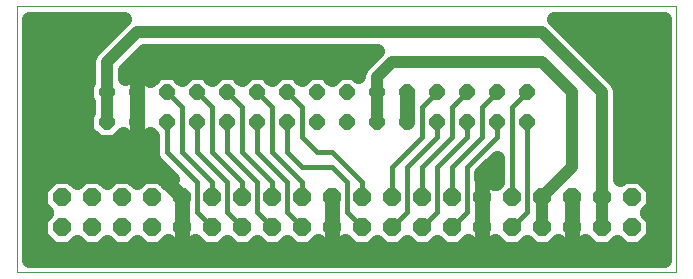
<source format=gbr>
G75*
%MOIN*%
%OFA0B0*%
%FSLAX24Y24*%
%IPPOS*%
%LPD*%
%AMOC8*
5,1,8,0,0,1.08239X$1,22.5*
%
%ADD10C,0.0000*%
%ADD11OC8,0.0600*%
%ADD12OC8,0.0515*%
%ADD13C,0.0400*%
%ADD14C,0.0500*%
%ADD15OC8,0.0396*%
%ADD16C,0.0160*%
D10*
X000850Y000350D02*
X000850Y009220D01*
X022842Y009220D01*
X022842Y000350D01*
X000850Y000350D01*
D11*
X002350Y001850D03*
X002350Y002850D03*
X003350Y002850D03*
X003350Y001850D03*
X004350Y001850D03*
X004350Y002850D03*
X005350Y002850D03*
X005350Y001850D03*
X006350Y001850D03*
X006350Y002850D03*
X007350Y002850D03*
X007350Y001850D03*
X008350Y001850D03*
X008350Y002850D03*
X009350Y002850D03*
X009350Y001850D03*
X010350Y001850D03*
X010350Y002850D03*
X011350Y002850D03*
X011350Y001850D03*
X012350Y001850D03*
X012350Y002850D03*
X013350Y002850D03*
X013350Y001850D03*
X014350Y001850D03*
X014350Y002850D03*
X015350Y002850D03*
X015350Y001850D03*
X016350Y001850D03*
X016350Y002850D03*
X017350Y002850D03*
X017350Y001850D03*
X018350Y001850D03*
X018350Y002850D03*
X019350Y002850D03*
X019350Y001850D03*
X020350Y001850D03*
X020350Y002850D03*
X021350Y002850D03*
X021350Y001850D03*
D12*
X017850Y005350D03*
X016850Y005350D03*
X015850Y005350D03*
X014850Y005350D03*
X014850Y006350D03*
X015850Y006350D03*
X016850Y006350D03*
X017850Y006350D03*
X013850Y006350D03*
X012850Y006350D03*
X011850Y006350D03*
X011850Y005350D03*
X012850Y005350D03*
X013850Y005350D03*
X010850Y005350D03*
X009850Y005350D03*
X008850Y005350D03*
X008850Y006350D03*
X009850Y006350D03*
X010850Y006350D03*
X007850Y006350D03*
X006850Y006350D03*
X005850Y006350D03*
X005850Y005350D03*
X006850Y005350D03*
X007850Y005350D03*
X004850Y005350D03*
X003850Y005350D03*
X003850Y006350D03*
X004850Y006350D03*
D13*
X003850Y006350D02*
X003850Y007350D01*
X004850Y008350D01*
X018350Y008350D01*
X020350Y006350D01*
X020350Y002850D01*
X020350Y001850D01*
X018350Y001850D02*
X018350Y002850D01*
X019350Y003850D01*
X019350Y006350D01*
X018350Y007350D01*
X013350Y007350D01*
X012850Y006850D01*
X012850Y006350D01*
X012850Y005350D01*
X003850Y005350D02*
X003850Y006350D01*
D14*
X003183Y006332D02*
X001260Y006332D01*
X001260Y006831D02*
X003240Y006831D01*
X003240Y006684D02*
X003183Y006626D01*
X003183Y006074D01*
X003240Y006016D01*
X003240Y005684D01*
X003183Y005626D01*
X003183Y005074D01*
X003574Y004683D01*
X004126Y004683D01*
X004392Y004948D01*
X004598Y004743D01*
X004850Y004743D01*
X005102Y004743D01*
X005308Y004948D01*
X005360Y004896D01*
X005360Y004253D01*
X005435Y004072D01*
X005572Y003935D01*
X006044Y003463D01*
X005892Y003312D01*
X005644Y003560D01*
X005056Y003560D01*
X004850Y003354D01*
X004644Y003560D01*
X004056Y003560D01*
X003850Y003354D01*
X003644Y003560D01*
X003056Y003560D01*
X002850Y003354D01*
X002644Y003560D01*
X002056Y003560D01*
X001640Y003144D01*
X001640Y002556D01*
X001846Y002350D01*
X001640Y002144D01*
X001640Y001556D01*
X002056Y001140D01*
X002644Y001140D01*
X002850Y001346D01*
X003056Y001140D01*
X003644Y001140D01*
X003850Y001346D01*
X004056Y001140D01*
X004644Y001140D01*
X004850Y001346D01*
X005056Y001140D01*
X005644Y001140D01*
X005892Y001388D01*
X006081Y001200D01*
X006350Y001200D01*
X006619Y001200D01*
X006808Y001388D01*
X007056Y001140D01*
X007644Y001140D01*
X007850Y001346D01*
X008056Y001140D01*
X008644Y001140D01*
X008850Y001346D01*
X009056Y001140D01*
X009644Y001140D01*
X009850Y001346D01*
X010056Y001140D01*
X010644Y001140D01*
X010892Y001388D01*
X011081Y001200D01*
X011350Y001200D01*
X011619Y001200D01*
X011808Y001388D01*
X012056Y001140D01*
X012644Y001140D01*
X012850Y001346D01*
X013056Y001140D01*
X013644Y001140D01*
X013850Y001346D01*
X014056Y001140D01*
X014644Y001140D01*
X014850Y001346D01*
X015056Y001140D01*
X015644Y001140D01*
X015892Y001388D01*
X016081Y001200D01*
X016350Y001200D01*
X016619Y001200D01*
X016808Y001388D01*
X017056Y001140D01*
X017644Y001140D01*
X017850Y001346D01*
X018056Y001140D01*
X018644Y001140D01*
X018892Y001388D01*
X019081Y001200D01*
X019350Y001200D01*
X019619Y001200D01*
X019808Y001388D01*
X020056Y001140D01*
X020644Y001140D01*
X020850Y001346D01*
X021056Y001140D01*
X021644Y001140D01*
X022060Y001556D01*
X022060Y002144D01*
X021854Y002350D01*
X022060Y002556D01*
X022060Y003144D01*
X021644Y003560D01*
X021056Y003560D01*
X020960Y003464D01*
X020960Y006471D01*
X020867Y006696D01*
X018867Y008696D01*
X018753Y008810D01*
X022432Y008810D01*
X022432Y000760D01*
X001260Y000760D01*
X001260Y008810D01*
X004447Y008810D01*
X003333Y007696D01*
X003240Y007471D01*
X003240Y006684D01*
X003240Y007329D02*
X001260Y007329D01*
X001260Y007828D02*
X003465Y007828D01*
X003963Y008326D02*
X001260Y008326D01*
X001260Y005834D02*
X003240Y005834D01*
X003183Y005335D02*
X001260Y005335D01*
X001260Y004837D02*
X003420Y004837D01*
X004280Y004837D02*
X004504Y004837D01*
X004850Y004837D02*
X004850Y004837D01*
X004850Y004743D02*
X004850Y005350D01*
X004850Y005350D01*
X004850Y006350D01*
X004850Y006350D01*
X004850Y006957D01*
X004598Y006957D01*
X004460Y006819D01*
X004460Y007097D01*
X005103Y007740D01*
X012877Y007740D01*
X012504Y007367D01*
X012333Y007196D01*
X012240Y006971D01*
X012240Y006904D01*
X012126Y007017D01*
X011574Y007017D01*
X011350Y006794D01*
X011126Y007017D01*
X010574Y007017D01*
X010350Y006794D01*
X010126Y007017D01*
X009574Y007017D01*
X009350Y006794D01*
X009126Y007017D01*
X008574Y007017D01*
X008350Y006794D01*
X008126Y007017D01*
X007574Y007017D01*
X007350Y006794D01*
X007126Y007017D01*
X006574Y007017D01*
X006350Y006794D01*
X006126Y007017D01*
X005574Y007017D01*
X005308Y006752D01*
X005102Y006957D01*
X004850Y006957D01*
X004850Y006350D01*
X004850Y006350D01*
X004850Y005957D01*
X004850Y005350D01*
X004850Y005350D01*
X004850Y004743D01*
X005196Y004837D02*
X005360Y004837D01*
X005360Y004338D02*
X001260Y004338D01*
X001260Y003840D02*
X005668Y003840D01*
X005850Y003350D02*
X006350Y002850D01*
X006350Y002200D01*
X006350Y001850D01*
X006350Y001850D01*
X006350Y001200D01*
X006350Y001850D01*
X006350Y001850D01*
X006350Y002850D01*
X006350Y002850D01*
X006350Y002843D02*
X006350Y002843D01*
X006350Y002344D02*
X006350Y002344D01*
X006350Y001846D02*
X006350Y001846D01*
X006350Y001347D02*
X006350Y001347D01*
X006766Y001347D02*
X006849Y001347D01*
X005934Y001347D02*
X005851Y001347D01*
X005863Y003341D02*
X005922Y003341D01*
X004850Y005335D02*
X004850Y005335D01*
X004850Y005834D02*
X004850Y005834D01*
X004850Y006332D02*
X004850Y006332D01*
X004850Y006831D02*
X004850Y006831D01*
X004471Y006831D02*
X004460Y006831D01*
X004692Y007329D02*
X012466Y007329D01*
X011387Y006831D02*
X011313Y006831D01*
X010387Y006831D02*
X010313Y006831D01*
X009387Y006831D02*
X009313Y006831D01*
X008387Y006831D02*
X008313Y006831D01*
X007387Y006831D02*
X007313Y006831D01*
X006387Y006831D02*
X006313Y006831D01*
X005387Y006831D02*
X005229Y006831D01*
X001837Y003341D02*
X001260Y003341D01*
X001260Y002843D02*
X001640Y002843D01*
X001840Y002344D02*
X001260Y002344D01*
X001260Y001846D02*
X001640Y001846D01*
X001849Y001347D02*
X001260Y001347D01*
X001260Y000849D02*
X022432Y000849D01*
X022432Y001347D02*
X021851Y001347D01*
X022060Y001846D02*
X022432Y001846D01*
X022432Y002344D02*
X021860Y002344D01*
X022060Y002843D02*
X022432Y002843D01*
X022432Y003341D02*
X021863Y003341D01*
X022432Y003840D02*
X020960Y003840D01*
X020960Y004338D02*
X022432Y004338D01*
X022432Y004837D02*
X020960Y004837D01*
X020960Y005335D02*
X022432Y005335D01*
X022432Y005834D02*
X020960Y005834D01*
X020960Y006332D02*
X022432Y006332D01*
X022432Y006831D02*
X020732Y006831D01*
X020234Y007329D02*
X022432Y007329D01*
X022432Y007828D02*
X019735Y007828D01*
X019237Y008326D02*
X022432Y008326D01*
X016860Y004167D02*
X016860Y003364D01*
X016808Y003312D01*
X016619Y003500D01*
X016350Y003500D01*
X016350Y002850D01*
X016350Y002850D01*
X016350Y003500D01*
X016340Y003500D01*
X016340Y003647D01*
X016860Y004167D01*
X016860Y003840D02*
X016532Y003840D01*
X016350Y003341D02*
X016350Y003341D01*
X016778Y003341D02*
X016837Y003341D01*
X016350Y002850D02*
X016350Y002200D01*
X016350Y001850D01*
X016350Y001850D01*
X016350Y001200D01*
X016350Y001850D01*
X016350Y001850D01*
X016350Y002850D01*
X016350Y002850D01*
X016350Y002843D02*
X016350Y002843D01*
X016350Y002344D02*
X016350Y002344D01*
X016350Y001846D02*
X016350Y001846D01*
X016350Y001347D02*
X016350Y001347D01*
X016766Y001347D02*
X016849Y001347D01*
X015934Y001347D02*
X015851Y001347D01*
X018851Y001347D02*
X018934Y001347D01*
X019350Y001347D02*
X019350Y001347D01*
X019350Y001200D02*
X019350Y001850D01*
X019350Y001850D01*
X019350Y002200D01*
X019350Y002850D01*
X019350Y002850D01*
X019350Y001850D01*
X019350Y001850D01*
X019350Y001200D01*
X019766Y001347D02*
X019849Y001347D01*
X019350Y001846D02*
X019350Y001846D01*
X019350Y002344D02*
X019350Y002344D01*
X019350Y002843D02*
X019350Y002843D01*
X013850Y005350D02*
X013850Y005350D01*
X013850Y006350D01*
X013850Y006350D01*
X013850Y005957D01*
X013850Y005350D01*
X013850Y005834D02*
X013850Y005834D01*
X013850Y006332D02*
X013850Y006332D01*
X011350Y002850D02*
X011350Y002500D01*
X011350Y001850D01*
X011350Y001850D01*
X011350Y001200D01*
X011350Y001850D01*
X011350Y001850D01*
X011350Y002850D01*
X011350Y002850D01*
X011350Y002843D02*
X011350Y002843D01*
X011350Y002344D02*
X011350Y002344D01*
X011350Y001846D02*
X011350Y001846D01*
X011350Y001347D02*
X011350Y001347D01*
X010934Y001347D02*
X010851Y001347D01*
X011766Y001347D02*
X011849Y001347D01*
D15*
X011350Y007350D03*
X009850Y007350D03*
X007850Y007350D03*
X005850Y007350D03*
X002350Y006850D03*
X002350Y005350D03*
X001850Y003850D03*
X002350Y008350D03*
X021350Y008350D03*
X021350Y006850D03*
X021350Y005350D03*
X022100Y004100D03*
D16*
X017850Y005350D02*
X017850Y002350D01*
X017350Y001850D01*
X017350Y002850D02*
X017350Y005850D01*
X017850Y006350D01*
X016850Y006350D02*
X016350Y005850D01*
X016350Y004850D01*
X015350Y003850D01*
X015350Y002850D01*
X014850Y002350D02*
X014850Y003850D01*
X015850Y004850D01*
X015850Y005350D01*
X015350Y004850D02*
X015350Y005850D01*
X015850Y006350D01*
X014850Y006350D02*
X014350Y005850D01*
X014350Y004850D01*
X013350Y003850D01*
X013350Y002850D01*
X013850Y002350D02*
X013850Y003850D01*
X014850Y004850D01*
X014850Y005350D01*
X015350Y004850D02*
X014350Y003850D01*
X014350Y002850D01*
X013850Y002350D02*
X013350Y001850D01*
X012350Y001850D02*
X011850Y002350D01*
X011850Y003350D01*
X011350Y003850D01*
X010350Y003850D01*
X009850Y004350D01*
X009850Y005350D01*
X010350Y004850D02*
X010350Y005850D01*
X009850Y006350D01*
X009350Y005850D02*
X008850Y006350D01*
X009350Y005850D02*
X009350Y004350D01*
X010350Y003350D01*
X010350Y002850D01*
X009850Y002350D02*
X009850Y003350D01*
X008850Y004350D01*
X008850Y005350D01*
X008350Y005850D02*
X007850Y006350D01*
X007350Y005850D02*
X006850Y006350D01*
X006350Y005850D02*
X006350Y004350D01*
X007350Y003350D01*
X007350Y002850D01*
X006850Y002350D02*
X006850Y003350D01*
X005850Y004350D01*
X005850Y005350D01*
X006350Y005850D02*
X005850Y006350D01*
X006850Y005350D02*
X006850Y004350D01*
X007850Y003350D01*
X007850Y002350D01*
X008350Y001850D01*
X008850Y002350D02*
X008850Y003350D01*
X007850Y004350D01*
X007850Y005350D01*
X007350Y005850D02*
X007350Y004350D01*
X008350Y003350D01*
X008350Y002850D01*
X008850Y002350D02*
X009350Y001850D01*
X009850Y002350D02*
X010350Y001850D01*
X009350Y002850D02*
X009350Y003350D01*
X008350Y004350D01*
X008350Y005850D01*
X010350Y004850D02*
X010850Y004350D01*
X011350Y004350D01*
X012350Y003350D01*
X012350Y002850D01*
X014350Y001850D02*
X014850Y002350D01*
X015350Y001850D02*
X015850Y002350D01*
X015850Y003850D01*
X016850Y004850D01*
X016850Y005350D01*
X007350Y001850D02*
X006850Y002350D01*
M02*

</source>
